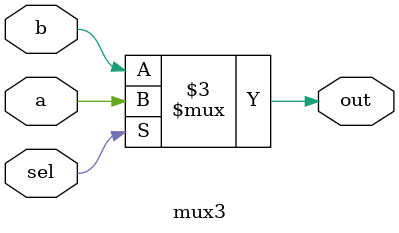
<source format=v>

module mux3(out, a, b, sel);
output out;
input a, b, sel;
reg out;

/* changes on a, b, and sel trigger the 
always block to execute */
always @(a or b or sel)
begin
	/* check the value of the sel input. 
	If sel is true, set out to a, otherwise
	set out to b. */
	if (sel) begin
		out = a; 
	end else begin
		out = b;
	end
end

endmodule

</source>
